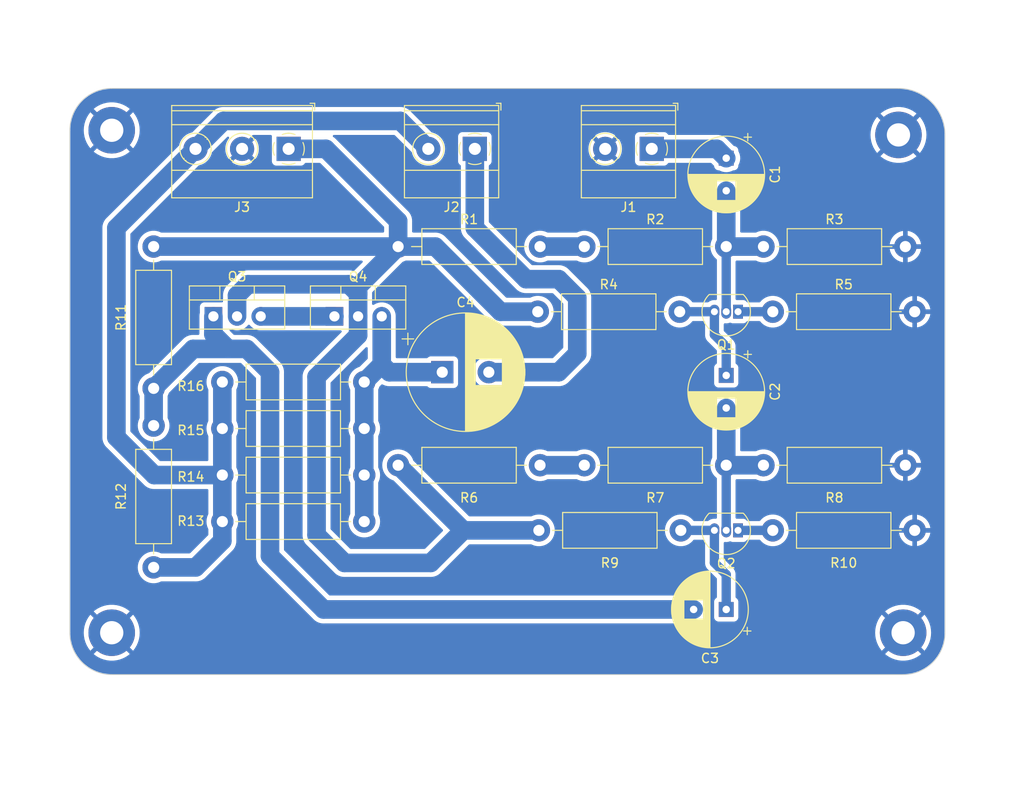
<source format=kicad_pcb>
(kicad_pcb (version 20221018) (generator pcbnew)
  (layers (0 "F.Cu" signal) (31 "B.Cu" signal) (34 "B.Paste" user) (35 "F.Paste" user) (36 "B.SilkS" user "B.Silkscreen") (37 "F.SilkS" user "F.Silkscreen") (38 "B.Mask" user) (39 "F.Mask" user) (44 "Edge.Cuts" user))
  (net 0 "")
  (net 1 "Vi")
  (net 2 "Net-(Q1-B)")
  (net 3 "Vi2")
  (net 4 "Net-(Q2-B)")
  (net 5 "Vi3")
  (net 6 "Net-(Q3-B)")
  (net 7 "Net-(Q4-E)")
  (net 8 "Vo")
  (net 9 "GND")
  (net 10 "-12V")
  (net 11 "+12V")
  (net 12 "Net-(Q1-E)")
  (net 13 "Net-(Q2-E)")
  (net 14 "Net-(Q3-E)")
  (net 15 "Net-(R1-Pad2)")
  (net 16 "Net-(R6-Pad2)")
  (footprint "Resistor_THT:R_Axial_DIN0411_L9.9mm_D3.6mm_P15.24mm_Horizontal" (layer "F.Cu") (at 173 102)
    (fp_text reference "R10" (at 7.62 3.5) (layer "F.SilkS"))
    (fp_text value "1.2k")
    (pad "1" thru_hole circle (at 0 0) (size 2.4 2.4) (drill 1.2) (layers "*.Cu" "*.Mask") (net 13 "Net-(Q2-E)"))
    (pad "2" thru_hole oval (at 15.24 0) (size 2.4 2.4) (drill 1.2) (layers "*.Cu" "*.Mask") (net 9 "GND"))
  )
  (footprint "Resistor_THT:R_Axial_DIN0411_L9.9mm_D3.6mm_P15.24mm_Horizontal" (layer "F.Cu") (at 132.76 71.5)
    (fp_text reference "R1" (at 7.62 -2.92) (layer "F.SilkS"))
    (fp_text value "1M")
    (pad "1" thru_hole circle (at 0 0) (size 2.4 2.4) (drill 1.2) (layers "*.Cu" "*.Mask") (net 11 "+12V"))
    (pad "2" thru_hole oval (at 15.24 0) (size 2.4 2.4) (drill 1.2) (layers "*.Cu" "*.Mask") (net 15 "Net-(R1-Pad2)"))
  )
  (footprint "Capacitor_THT:CP_Radial_D12.5mm_P5.00mm" (layer "F.Cu") (at 137.5 85)
    (fp_text reference "C4" (at 2.5 -7.5) (layer "F.SilkS"))
    (fp_text value "1000u")
    (pad "1" thru_hole rect (at 0 0) (size 2.4 2.4) (drill 1.2) (layers "*.Cu" "*.Mask") (net 7 "Net-(Q4-E)"))
    (pad "2" thru_hole circle (at 5 0) (size 2.4 2.4) (drill 1.2) (layers "*.Cu" "*.Mask") (net 8 "Vo"))
  )
  (footprint "Package_TO_SOT_THT:TO-92_Inline" (layer "F.Cu") (at 169.27 102 180)
    (fp_text reference "Q2" (at 1.27 -3.56) (layer "F.SilkS"))
    (fp_text value "2N3904")
    (pad "1" thru_hole rect (at 0 0 180) (size 1.05 1.5) (drill 0.75) (layers "*.Cu" "*.Mask") (net 13 "Net-(Q2-E)"))
    (pad "2" thru_hole oval (at 1.27 0 180) (size 1.05 1.5) (drill 0.75) (layers "*.Cu" "*.Mask") (net 4 "Net-(Q2-B)"))
    (pad "3" thru_hole oval (at 2.54 0 180) (size 1.05 1.5) (drill 0.75) (layers "*.Cu" "*.Mask") (net 5 "Vi3"))
  )
  (footprint "Resistor_THT:R_Axial_DIN0411_L9.9mm_D3.6mm_P15.24mm_Horizontal" (layer "F.Cu") (at 173 78.5)
    (fp_text reference "R5" (at 7.62 -2.92) (layer "F.SilkS"))
    (fp_text value "180")
    (pad "1" thru_hole circle (at 0 0) (size 2.4 2.4) (drill 1.2) (layers "*.Cu" "*.Mask") (net 12 "Net-(Q1-E)"))
    (pad "2" thru_hole oval (at 15.24 0) (size 2.4 2.4) (drill 1.2) (layers "*.Cu" "*.Mask") (net 9 "GND"))
  )
  (footprint "Resistor_THT:R_Axial_DIN0411_L9.9mm_D3.6mm_P15.24mm_Horizontal" (layer "F.Cu") (at 152.76 95)
    (fp_text reference "R7" (at 7.62 3.5) (layer "F.SilkS"))
    (fp_text value "820k")
    (pad "1" thru_hole circle (at 0 0) (size 2.4 2.4) (drill 1.2) (layers "*.Cu" "*.Mask") (net 16 "Net-(R6-Pad2)"))
    (pad "2" thru_hole oval (at 15.24 0) (size 2.4 2.4) (drill 1.2) (layers "*.Cu" "*.Mask") (net 4 "Net-(Q2-B)"))
  )
  (footprint "Resistor_THT:R_Axial_DIN0411_L9.9mm_D3.6mm_P15.24mm_Horizontal" (layer "F.Cu") (at 106.5 90.74 -90)
    (fp_text reference "R12" (at 7.62 3.5 90) (layer "F.SilkS"))
    (fp_text value "10k")
    (pad "1" thru_hole circle (at 0 0 270) (size 2.4 2.4) (drill 1.2) (layers "*.Cu" "*.Mask") (net 6 "Net-(Q3-B)"))
    (pad "2" thru_hole oval (at 15.24 0 270) (size 2.4 2.4) (drill 1.2) (layers "*.Cu" "*.Mask") (net 10 "-12V"))
  )
  (footprint "Resistor_THT:R_Axial_DIN0411_L9.9mm_D3.6mm_P15.24mm_Horizontal" (layer "F.Cu") (at 172 95)
    (fp_text reference "R8" (at 7.62 3.5) (layer "F.SilkS"))
    (fp_text value "560k")
    (pad "1" thru_hole circle (at 0 0) (size 2.4 2.4) (drill 1.2) (layers "*.Cu" "*.Mask") (net 4 "Net-(Q2-B)"))
    (pad "2" thru_hole oval (at 15.24 0) (size 2.4 2.4) (drill 1.2) (layers "*.Cu" "*.Mask") (net 9 "GND"))
  )
  (footprint "MountingHole:MountingHole_2.5mm_Pad" (layer "F.Cu") (at 187 113)
    (fp_text reference "H4" hide)
    (fp_text value "MountingHole_Pad" hide)
    (pad "1" thru_hole circle (at 0 0) (size 5 5) (drill 2.5) (layers "*.Cu" "*.Mask") (net 9 "GND"))
  )
  (footprint "Resistor_THT:R_Axial_DIN0411_L9.9mm_D3.6mm_P15.24mm_Horizontal" (layer "F.Cu") (at 172 71.5)
    (fp_text reference "R3" (at 7.62 -2.92) (layer "F.SilkS"))
    (fp_text value "560k")
    (pad "1" thru_hole circle (at 0 0) (size 2.4 2.4) (drill 1.2) (layers "*.Cu" "*.Mask") (net 2 "Net-(Q1-B)"))
    (pad "2" thru_hole oval (at 15.24 0) (size 2.4 2.4) (drill 1.2) (layers "*.Cu" "*.Mask") (net 9 "GND"))
  )
  (footprint "Resistor_THT:R_Axial_DIN0411_L9.9mm_D3.6mm_P15.24mm_Horizontal" (layer "F.Cu") (at 129.12 96.055 180)
    (fp_text reference "R14" (at 18.62 -0.195) (layer "F.SilkS"))
    (fp_text value "100")
    (pad "1" thru_hole circle (at 0 0 180) (size 2.4 2.4) (drill 1.2) (layers "*.Cu" "*.Mask") (net 7 "Net-(Q4-E)"))
    (pad "2" thru_hole oval (at 15.24 0 180) (size 2.4 2.4) (drill 1.2) (layers "*.Cu" "*.Mask") (net 10 "-12V"))
  )
  (footprint "Capacitor_THT:CP_Radial_D8.0mm_P3.50mm" (layer "F.Cu") (at 168 62 -90)
    (fp_text reference "C1" (at 1.75 -5.25 90) (layer "F.SilkS"))
    (fp_text value "100u")
    (pad "1" thru_hole rect (at 0 0 270) (size 1.6 1.6) (drill 0.8) (layers "*.Cu" "*.Mask") (net 1 "Vi"))
    (pad "2" thru_hole circle (at 3.5 0 270) (size 1.6 1.6) (drill 0.8) (layers "*.Cu" "*.Mask") (net 2 "Net-(Q1-B)"))
  )
  (footprint "Resistor_THT:R_Axial_DIN0411_L9.9mm_D3.6mm_P15.24mm_Horizontal" (layer "F.Cu") (at 129.12 86.055 180)
    (fp_text reference "R16" (at 18.62 -0.445) (layer "F.SilkS"))
    (fp_text value "100")
    (pad "1" thru_hole circle (at 0 0 180) (size 2.4 2.4) (drill 1.2) (layers "*.Cu" "*.Mask") (net 7 "Net-(Q4-E)"))
    (pad "2" thru_hole oval (at 15.24 0 180) (size 2.4 2.4) (drill 1.2) (layers "*.Cu" "*.Mask") (net 10 "-12V"))
  )
  (footprint "Resistor_THT:R_Axial_DIN0411_L9.9mm_D3.6mm_P15.24mm_Horizontal" (layer "F.Cu") (at 147.76 78.5)
    (fp_text reference "R4" (at 7.62 -2.92) (layer "F.SilkS"))
    (fp_text value "3.3k")
    (pad "1" thru_hole circle (at 0 0) (size 2.4 2.4) (drill 1.2) (layers "*.Cu" "*.Mask") (net 11 "+12V"))
    (pad "2" thru_hole oval (at 15.24 0) (size 2.4 2.4) (drill 1.2) (layers "*.Cu" "*.Mask") (net 3 "Vi2"))
  )
  (footprint "TerminalBlock_Phoenix:TerminalBlock_Phoenix_MKDS-1,5-2_1x02_P5.00mm_Horizontal" (layer "F.Cu") (at 141 61 180)
    (fp_text reference "J2" (at 2.5 -6.26) (layer "F.SilkS"))
    (fp_text value "Out")
    (pad "1" thru_hole rect (at 0 0 180) (size 2.6 2.6) (drill 1.3) (layers "*.Cu" "*.Mask") (net 8 "Vo"))
    (pad "2" thru_hole circle (at 5 0 180) (size 2.6 2.6) (drill 1.3) (layers "*.Cu" "*.Mask") (net 10 "-12V"))
  )
  (footprint "Package_TO_SOT_THT:TO-92_Inline" (layer "F.Cu") (at 169.27 78.5 180)
    (fp_text reference "Q1" (at 1.27 -3.56) (layer "F.SilkS"))
    (fp_text value "2N3904")
    (pad "1" thru_hole rect (at 0 0 180) (size 1.05 1.5) (drill 0.75) (layers "*.Cu" "*.Mask") (net 12 "Net-(Q1-E)"))
    (pad "2" thru_hole oval (at 1.27 0 180) (size 1.05 1.5) (drill 0.75) (layers "*.Cu" "*.Mask") (net 2 "Net-(Q1-B)"))
    (pad "3" thru_hole oval (at 2.54 0 180) (size 1.05 1.5) (drill 0.75) (layers "*.Cu" "*.Mask") (net 3 "Vi2"))
  )
  (footprint "Package_TO_SOT_THT:TO-220-3_Vertical" (layer "F.Cu") (at 125.92 79)
    (fp_text reference "Q4" (at 2.54 -4.27) (layer "F.SilkS"))
    (fp_text value "TIP41C")
    (pad "1" thru_hole rect (at 0 0) (size 1.905 2) (drill 1.1) (layers "*.Cu" "*.Mask") (net 14 "Net-(Q3-E)"))
    (pad "2" thru_hole oval (at 2.54 0) (size 1.905 2) (drill 1.1) (layers "*.Cu" "*.Mask") (net 11 "+12V"))
    (pad "3" thru_hole oval (at 5.08 0) (size 1.905 2) (drill 1.1) (layers "*.Cu" "*.Mask") (net 7 "Net-(Q4-E)"))
  )
  (footprint "Package_TO_SOT_THT:TO-220-3_Vertical" (layer "F.Cu") (at 112.92 79)
    (fp_text reference "Q3" (at 2.54 -4.27) (layer "F.SilkS"))
    (fp_text value "TIP41C")
    (pad "1" thru_hole rect (at 0 0) (size 1.905 2) (drill 1.1) (layers "*.Cu" "*.Mask") (net 6 "Net-(Q3-B)"))
    (pad "2" thru_hole oval (at 2.54 0) (size 1.905 2) (drill 1.1) (layers "*.Cu" "*.Mask") (net 11 "+12V"))
    (pad "3" thru_hole oval (at 5.08 0) (size 1.905 2) (drill 1.1) (layers "*.Cu" "*.Mask") (net 14 "Net-(Q3-E)"))
  )
  (footprint "Resistor_THT:R_Axial_DIN0411_L9.9mm_D3.6mm_P15.24mm_Horizontal" (layer "F.Cu") (at 132.76 95)
    (fp_text reference "R6" (at 7.62 3.5) (layer "F.SilkS"))
    (fp_text value "1M")
    (pad "1" thru_hole circle (at 0 0) (size 2.4 2.4) (drill 1.2) (layers "*.Cu" "*.Mask") (net 11 "+12V"))
    (pad "2" thru_hole oval (at 15.24 0) (size 2.4 2.4) (drill 1.2) (layers "*.Cu" "*.Mask") (net 16 "Net-(R6-Pad2)"))
  )
  (footprint "TerminalBlock_Phoenix:TerminalBlock_Phoenix_MKDS-1,5-2_1x02_P5.00mm_Horizontal" (layer "F.Cu") (at 160 61 180)
    (fp_text reference "J1" (at 2.5 -6.26) (layer "F.SilkS"))
    (fp_text value "In")
    (pad "1" thru_hole rect (at 0 0 180) (size 2.6 2.6) (drill 1.3) (layers "*.Cu" "*.Mask") (net 1 "Vi"))
    (pad "2" thru_hole circle (at 5 0 180) (size 2.6 2.6) (drill 1.3) (layers "*.Cu" "*.Mask") (net 9 "GND"))
  )
  (footprint "Resistor_THT:R_Axial_DIN0411_L9.9mm_D3.6mm_P15.24mm_Horizontal" (layer "F.Cu") (at 152.76 71.5)
    (fp_text reference "R2" (at 7.62 -2.92) (layer "F.SilkS"))
    (fp_text value "820k")
    (pad "1" thru_hole circle (at 0 0) (size 2.4 2.4) (drill 1.2) (layers "*.Cu" "*.Mask") (net 15 "Net-(R1-Pad2)"))
    (pad "2" thru_hole oval (at 15.24 0) (size 2.4 2.4) (drill 1.2) (layers "*.Cu" "*.Mask") (net 2 "Net-(Q1-B)"))
  )
  (footprint "MountingHole:MountingHole_2.5mm_Pad" (layer "F.Cu") (at 186.5 59.5)
    (fp_text reference "H2" hide)
    (fp_text value "MountingHole_Pad" hide)
    (pad "1" thru_hole circle (at 0 0) (size 5 5) (drill 2.5) (layers "*.Cu" "*.Mask") (net 9 "GND"))
  )
  (footprint "Resistor_THT:R_Axial_DIN0411_L9.9mm_D3.6mm_P15.24mm_Horizontal" (layer "F.Cu") (at 106.5 71.5 -90)
    (fp_text reference "R11" (at 7.62 3.5 90) (layer "F.SilkS"))
    (fp_text value "8.2k")
    (pad "1" thru_hole circle (at 0 0 270) (size 2.4 2.4) (drill 1.2) (layers "*.Cu" "*.Mask") (net 11 "+12V"))
    (pad "2" thru_hole oval (at 15.24 0 270) (size 2.4 2.4) (drill 1.2) (layers "*.Cu" "*.Mask") (net 6 "Net-(Q3-B)"))
  )
  (footprint "TerminalBlock_Phoenix:TerminalBlock_Phoenix_MKDS-1,5-3_1x03_P5.00mm_Horizontal" (layer "F.Cu") (at 121 61 180)
    (fp_text reference "J3" (at 5 -6.26) (layer "F.SilkS"))
    (fp_text value "Source")
    (pad "1" thru_hole rect (at 0 0 180) (size 2.6 2.6) (drill 1.3) (layers "*.Cu" "*.Mask") (net 11 "+12V"))
    (pad "2" thru_hole circle (at 5 0 180) (size 2.6 2.6) (drill 1.3) (layers "*.Cu" "*.Mask") (net 9 "GND"))
    (pad "3" thru_hole circle (at 10 0 180) (size 2.6 2.6) (drill 1.3) (layers "*.Cu" "*.Mask") (net 10 "-12V"))
  )
  (footprint "MountingHole:MountingHole_2.5mm_Pad" (layer "F.Cu") (at 102 113)
    (fp_text reference "H3" hide)
    (fp_text value "MountingHole_Pad" hide)
    (pad "1" thru_hole circle (at 0 0) (size 5 5) (drill 2.5) (layers "*.Cu" "*.Mask") (net 9 "GND"))
  )
  (footprint "Capacitor_THT:CP_Radial_D8.0mm_P3.50mm" (layer "F.Cu") (at 168 110.5 180)
    (fp_text reference "C3" (at 1.75 -5.25) (layer "F.SilkS"))
    (fp_text value "100u")
    (pad "1" thru_hole rect (at 0 0 180) (size 1.6 1.6) (drill 0.8) (layers "*.Cu" "*.Mask") (net 5 "Vi3"))
    (pad "2" thru_hole circle (at 3.5 0 180) (size 1.6 1.6) (drill 0.8) (layers "*.Cu" "*.Mask") (net 6 "Net-(Q3-B)"))
  )
  (footprint "Resistor_THT:R_Axial_DIN0411_L9.9mm_D3.6mm_P15.24mm_Horizontal" (layer "F.Cu") (at 129.12 91.055 180)
    (fp_text reference "R15" (at 18.62 -0.195) (layer "F.SilkS"))
    (fp_text value "100")
    (pad "1" thru_hole circle (at 0 0 180) (size 2.4 2.4) (drill 1.2) (layers "*.Cu" "*.Mask") (net 7 "Net-(Q4-E)"))
    (pad "2" thru_hole oval (at 15.24 0 180) (size 2.4 2.4) (drill 1.2) (layers "*.Cu" "*.Mask") (net 10 "-12V"))
  )
  (footprint "MountingHole:MountingHole_2.5mm_Pad" (layer "F.Cu") (at 102 59)
    (fp_text reference "H1" hide)
    (fp_text value "MountingHole_Pad" hide)
    (pad "1" thru_hole circle (at 0 0) (size 5 5) (drill 2.5) (layers "*.Cu" "*.Mask") (net 9 "GND"))
  )
  (footprint "Capacitor_THT:CP_Radial_D8.0mm_P3.50mm" (layer "F.Cu") (at 168 85.347349 -90)
    (fp_text reference "C2" (at 1.75 -5.25 90) (layer "F.SilkS"))
    (fp_text value "100u")
    (pad "1" thru_hole rect (at 0 0 270) (size 1.6 1.6) (drill 0.8) (layers "*.Cu" "*.Mask") (net 3 "Vi2"))
    (pad "2" thru_hole circle (at 3.5 0 270) (size 1.6 1.6) (drill 0.8) (layers "*.Cu" "*.Mask") (net 4 "Net-(Q2-B)"))
  )
  (footprint "Resistor_THT:R_Axial_DIN0411_L9.9mm_D3.6mm_P15.24mm_Horizontal" (layer "F.Cu") (at 147.88 102)
    (fp_text reference "R9" (at 7.62 3.5) (layer "F.SilkS"))
    (fp_text value "5.6k")
    (pad "1" thru_hole circle (at 0 0) (size 2.4 2.4) (drill 1.2) (layers "*.Cu" "*.Mask") (net 11 "+12V"))
    (pad "2" thru_hole oval (at 15.24 0) (size 2.4 2.4) (drill 1.2) (layers "*.Cu" "*.Mask") (net 5 "Vi3"))
  )
  (footprint "Resistor_THT:R_Axial_DIN0411_L9.9mm_D3.6mm_P15.24mm_Horizontal" (layer "F.Cu") (at 129.12 101.055 180)
    (fp_text reference "R13" (at 18.62 0.055) (layer "F.SilkS"))
    (fp_text value "100")
    (pad "1" thru_hole circle (at 0 0 180) (size 2.4 2.4) (drill 1.2) (layers "*.Cu" "*.Mask") (net 7 "Net-(Q4-E)"))
    (pad "2" thru_hole oval (at 15.24 0 180) (size 2.4 2.4) (drill 1.2) (layers "*.Cu" "*.Mask") (net 10 "-12V"))
  )
  (gr_line (start 187 117.5) (end 102 117.5) (stroke (width 0.1)) (layer "Edge.Cuts"))
  (gr_line (start 97.5 113) (end 97.5 59) (stroke (width 0.1)) (layer "Edge.Cuts"))
  (gr_arc (start 191.5 113) (mid 190.181981 116.181981) (end 187 117.5) (stroke (width 0.1)) (layer "Edge.Cuts"))
  (gr_arc (start 186.5 54.5) (mid 190.035534 55.964466) (end 191.5 59.5) (stroke (width 0.1)) (layer "Edge.Cuts"))
  (gr_arc (start 102 117.5) (mid 98.818019 116.181981) (end 97.5 113) (stroke (width 0.1)) (layer "Edge.Cuts"))
  (gr_line (start 102 54.5) (end 186.5 54.5) (stroke (width 0.1)) (layer "Edge.Cuts"))
  (gr_line (start 191.5 59.5) (end 191.5 113) (stroke (width 0.1)) (layer "Edge.Cuts"))
  (gr_arc (start 97.5 59) (mid 98.818019 55.818019) (end 102 54.5) (stroke (width 0.1)) (layer "Edge.Cuts"))
  (segment (start 167 61) (end 168 62) (width 2) (layer "B.Cu") (net 1))
  (segment (start 160 61) (end 167 61) (width 2) (layer "B.Cu") (net 1))
  (segment (start 168 78.5) (end 168 71.5) (width 1) (layer "B.Cu") (net 2))
  (segment (start 168 65.5) (end 168 71.5) (width 2) (layer "B.Cu") (net 2))
  (segment (start 172 71.5) (end 168 71.5) (width 2) (layer "B.Cu") (net 2))
  (segment (start 168 82.25) (end 168 85.347349) (width 1) (layer "B.Cu") (net 3))
  (segment (start 166.73 78.5) (end 166.73 80.98) (width 1) (layer "B.Cu") (net 3))
  (segment (start 163 78.5) (end 166.73 78.5) (width 1) (layer "B.Cu") (net 3))
  (segment (start 166.73 80.98) (end 168 82.25) (width 1) (layer "B.Cu") (net 3))
  (segment (start 168 88.847349) (end 168 95) (width 2) (layer "B.Cu") (net 4))
  (segment (start 172 95) (end 168 95) (width 2) (layer "B.Cu") (net 4))
  (segment (start 168 95) (end 168 102) (width 1) (layer "B.Cu") (net 4))
  (segment (start 166.73 102) (end 166.73 105.48) (width 1) (layer "B.Cu") (net 5))
  (segment (start 168 106.75) (end 168 110.5) (width 1) (layer "B.Cu") (net 5))
  (segment (start 163.12 102) (end 166.73 102) (width 1) (layer "B.Cu") (net 5))
  (segment (start 166.73 105.48) (end 168 106.75) (width 1) (layer "B.Cu") (net 5))
  (segment (start 106.5 86.74) (end 110.74 82.5) (width 2) (layer "B.Cu") (net 6))
  (segment (start 114.5 82.5) (end 116.5 82.5) (width 2) (layer "B.Cu") (net 6))
  (segment (start 112.92 79) (end 112.92 80.92) (width 2) (layer "B.Cu") (net 6))
  (segment (start 110.74 82.5) (end 114.5 82.5) (width 2) (layer "B.Cu") (net 6))
  (segment (start 106.5 86.74) (end 106.5 90.74) (width 2) (layer "B.Cu") (net 6))
  (segment (start 116.5 82.5) (end 119 85) (width 2) (layer "B.Cu") (net 6))
  (segment (start 119 104.75) (end 124.75 110.5) (width 2) (layer "B.Cu") (net 6))
  (segment (start 112.92 80.92) (end 114.5 82.5) (width 2) (layer "B.Cu") (net 6))
  (segment (start 119 85) (end 119 104.75) (width 2) (layer "B.Cu") (net 6))
  (segment (start 124.75 110.5) (end 164.5 110.5) (width 2) (layer "B.Cu") (net 6))
  (segment (start 129.12 86.055) (end 129.12 91.055) (width 2) (layer "B.Cu") (net 7))
  (segment (start 129.12 96.055) (end 129.12 91.055) (width 2) (layer "B.Cu") (net 7))
  (segment (start 131.825 85) (end 131 84.175) (width 2) (layer "B.Cu") (net 7))
  (segment (start 129.12 101.055) (end 129.12 96.055) (width 2) (layer "B.Cu") (net 7))
  (segment (start 131 79) (end 131 84.175) (width 2) (layer "B.Cu") (net 7))
  (segment (start 131 84.175) (end 129.12 86.055) (width 2) (layer "B.Cu") (net 7))
  (segment (start 137.5 85) (end 131.825 85) (width 2) (layer "B.Cu") (net 7))
  (segment (start 141 61) (end 141 69.5) (width 2) (layer "B.Cu") (net 8))
  (segment (start 150 75) (end 152 77) (width 2) (layer "B.Cu") (net 8))
  (segment (start 152 83) (end 150 85) (width 2) (layer "B.Cu") (net 8))
  (segment (start 150 85) (end 142.5 85) (width 2) (layer "B.Cu") (net 8))
  (segment (start 141 69.5) (end 146.5 75) (width 2) (layer "B.Cu") (net 8))
  (segment (start 152 77) (end 152 83) (width 2) (layer "B.Cu") (net 8))
  (segment (start 146.5 75) (end 150 75) (width 2) (layer "B.Cu") (net 8))
  (segment (start 106.555 96.055) (end 113.88 96.055) (width 2) (layer "B.Cu") (net 10))
  (segment (start 111 61) (end 114 58) (width 2) (layer "B.Cu") (net 10))
  (segment (start 114 58) (end 133 58) (width 2) (layer "B.Cu") (net 10))
  (segment (start 111 61) (end 102.5 69.5) (width 2) (layer "B.Cu") (net 10))
  (segment (start 136 61) (end 133 58) (width 2) (layer "B.Cu") (net 10))
  (segment (start 102.5 69.5) (end 102.5 92) (width 2) (layer "B.Cu") (net 10))
  (segment (start 111.02 105.98) (end 106.5 105.98) (width 2) (layer "B.Cu") (net 10))
  (segment (start 113.88 86.055) (end 113.88 91.055) (width 2) (layer "B.Cu") (net 10))
  (segment (start 113.88 103.12) (end 111.02 105.98) (width 2) (layer "B.Cu") (net 10))
  (segment (start 113.88 101.055) (end 113.88 103.12) (width 2) (layer "B.Cu") (net 10))
  (segment (start 102.5 92) (end 106.555 96.055) (width 2) (layer "B.Cu") (net 10))
  (segment (start 113.88 96.055) (end 113.88 101.055) (width 2) (layer "B.Cu") (net 10))
  (segment (start 113.88 96.055) (end 113.88 91.055) (width 2) (layer "B.Cu") (net 10))
  (segment (start 132.76 68.76) (end 132.76 71.5) (width 2) (layer "B.Cu") (net 11))
  (segment (start 121 61) (end 125 61) (width 2) (layer "B.Cu") (net 11))
  (segment (start 132.76 95) (end 139.76 102) (width 2) (layer "B.Cu") (net 11))
  (segment (start 125 61) (end 132.76 68.76) (width 2) (layer "B.Cu") (net 11))
  (segment (start 127.46 75.555) (end 128.46 76.555) (width 2) (layer "B.Cu") (net 11))
  (segment (start 132.76 71.5) (end 136.75 71.5) (width 2) (layer "B.Cu") (net 11))
  (segment (start 124 102.5) (end 127 105.5) (width 2) (layer "B.Cu") (net 11))
  (segment (start 128.46 79) (end 128.46 81.04) (width 2) (layer "B.Cu") (net 11))
  (segment (start 106.5 71.5) (end 132.76 71.5) (width 2) (layer "B.Cu") (net 11))
  (segment (start 127 105.5) (end 136.26 105.5) (width 2) (layer "B.Cu") (net 11))
  (segment (start 128.46 75.8) (end 132.76 71.5) (width 2) (layer "B.Cu") (net 11))
  (segment (start 124 85.5) (end 124 102.5) (width 2) (layer "B.Cu") (net 11))
  (segment (start 128.46 81.04) (end 124 85.5) (width 2) (layer "B.Cu") (net 11))
  (segment (start 115.46 76.741865) (end 116.646865 75.555) (width 2) (layer "B.Cu") (net 11))
  (segment (start 136.75 71.5) (end 143.75 78.5) (width 2) (layer "B.Cu") (net 11))
  (segment (start 136.26 105.5) (end 139.76 102) (width 2) (layer "B.Cu") (net 11))
  (segment (start 128.46 76.555) (end 128.46 75.8) (width 2) (layer "B.Cu") (net 11))
  (segment (start 128.46 76.555) (end 128.46 79) (width 2) (layer "B.Cu") (net 11))
  (segment (start 115.46 79) (end 115.46 76.741865) (width 2) (layer "B.Cu") (net 11))
  (segment (start 139.76 102) (end 147.88 102) (width 2) (layer "B.Cu") (net 11))
  (segment (start 143.75 78.5) (end 147.76 78.5) (width 2) (layer "B.Cu") (net 11))
  (segment (start 116.646865 75.555) (end 127.46 75.555) (width 2) (layer "B.Cu") (net 11))
  (segment (start 169.27 78.5) (end 173 78.5) (width 1) (layer "B.Cu") (net 12))
  (segment (start 169.27 102) (end 173 102) (width 1) (layer "B.Cu") (net 13))
  (segment (start 118 79) (end 125.92 79) (width 2) (layer "B.Cu") (net 14))
  (segment (start 148 71.5) (end 152.76 71.5) (width 2) (layer "B.Cu") (net 15))
  (segment (start 152.76 95) (end 148 95) (width 2) (layer "B.Cu") (net 16))
  (zone (net 9) (net_name "GND") (layer "B.Cu") (connect_pads (clearance 0.5)) (min_thickness 0.25) (fill yes (thermal_gap 0.5) (thermal_bridge_width 0.5))
    (polygon (pts (xy 90 45) (xy 200 45) (xy 200 130) (xy 90 130)))
  )
)
</source>
